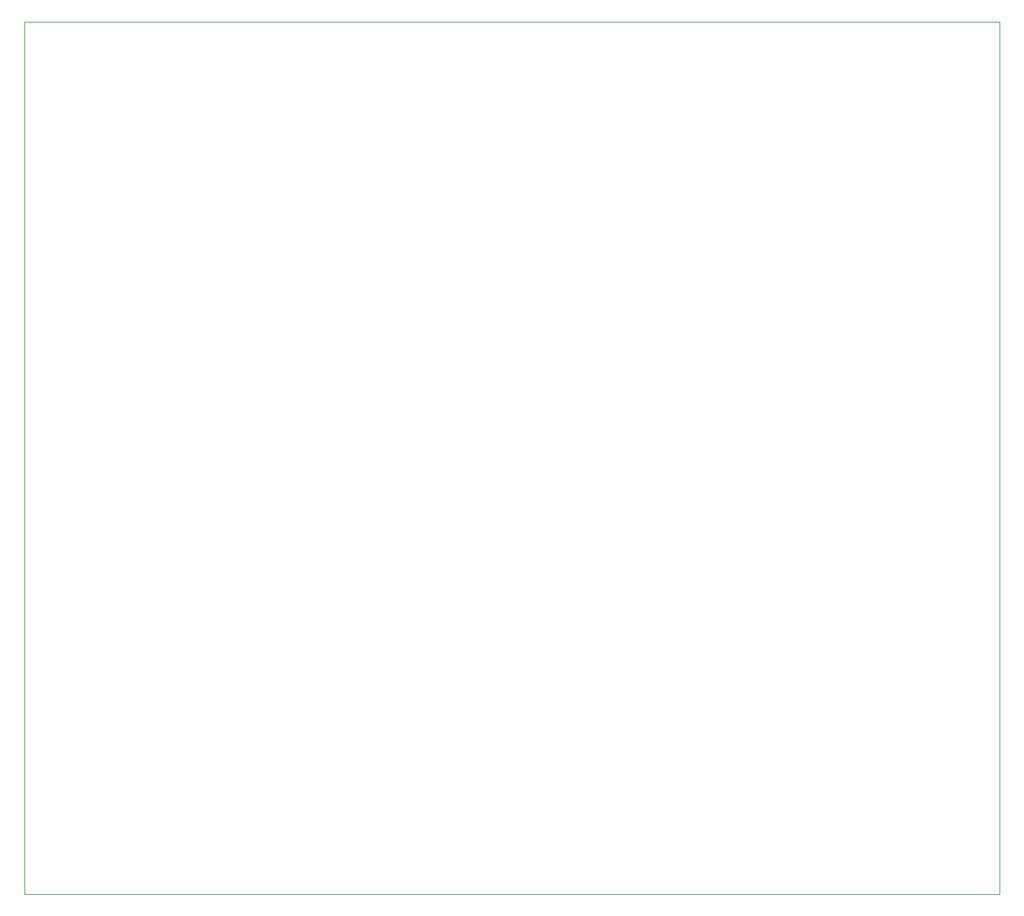
<source format=gbr>
%TF.GenerationSoftware,KiCad,Pcbnew,9.0.0*%
%TF.CreationDate,2025-03-30T19:27:41+05:30*%
%TF.ProjectId,Water_level_controller,57617465-725f-46c6-9576-656c5f636f6e,rev?*%
%TF.SameCoordinates,Original*%
%TF.FileFunction,Profile,NP*%
%FSLAX46Y46*%
G04 Gerber Fmt 4.6, Leading zero omitted, Abs format (unit mm)*
G04 Created by KiCad (PCBNEW 9.0.0) date 2025-03-30 19:27:41*
%MOMM*%
%LPD*%
G01*
G04 APERTURE LIST*
%TA.AperFunction,Profile*%
%ADD10C,0.050000*%
%TD*%
G04 APERTURE END LIST*
D10*
X74250000Y-31000000D02*
X202500000Y-31000000D01*
X202500000Y-145750000D01*
X74250000Y-145750000D01*
X74250000Y-31000000D01*
M02*

</source>
